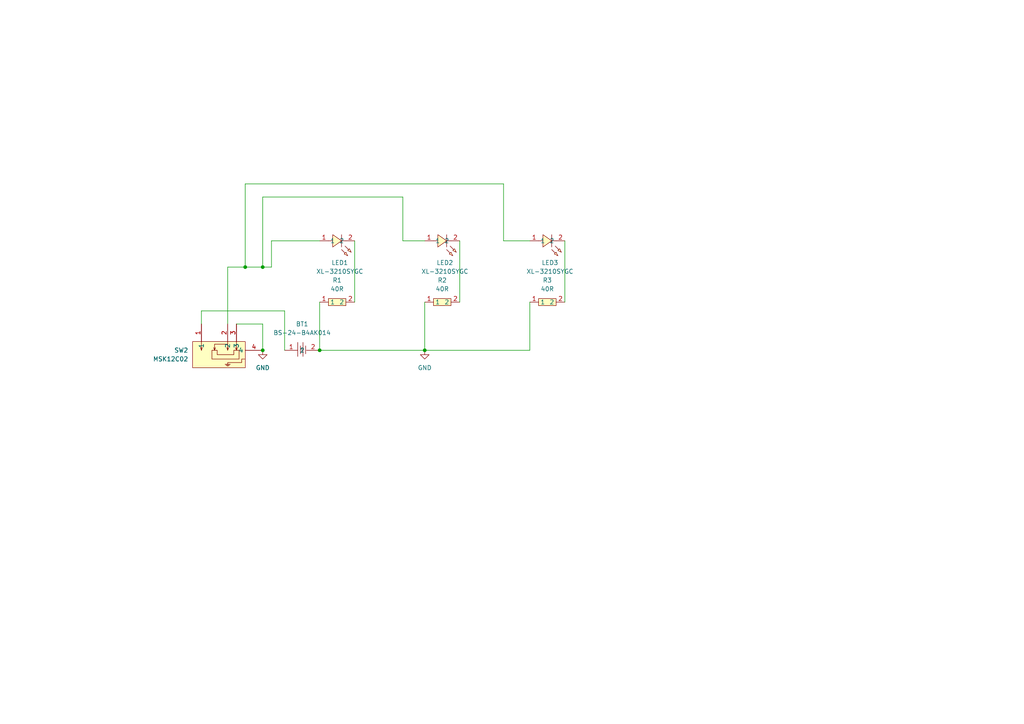
<source format=kicad_sch>
(kicad_sch (version 20250114) (generator "eeschema") (generator_version "9.0")
  (paper "A4")
  (lib_symbols
    (symbol "XL-3210SYGC_1"
      (property "Reference" "LED1" (at -0.76 6.35 0))
      (property "Value" "XL-3210SYGC" (at -0.76 8.89 0))
      (symbol "XL-3210SYGC_1_0_1"
        (polyline (pts (xy -4.06 3.3) (xy -3.05 2.79) (xy -3.56 2.29) (xy -4.06 3.3)) (fill (type background)))
        (polyline (pts (xy -3.05 4.32) (xy -2.03 3.81) (xy -2.54 3.3) (xy -3.05 4.32)) (fill (type background)))
        (polyline (pts (xy -2.29 1.52) (xy -3.3 2.54) (xy -2.29 1.52)) (fill (type background)))
        (polyline (pts (xy -1.27 2.54) (xy -2.29 3.56) (xy -1.27 2.54)) (fill (type background)))
        (polyline (pts (xy -1.27 1.78) (xy -1.27 -1.78)))
        (polyline (pts (xy -1.27 0) (xy -2.54 0)))
        (polyline (pts (xy 1.27 1.78) (xy -1.27 0) (xy 1.27 -1.78) (xy 1.27 1.78)) (fill (type background)))
        (polyline (pts (xy 2.54 0) (xy 1.27 0)))
        (pin unspecified line (at -5.08 0 0) (length 2.54) (name "2") (number "2"))
      )
      (symbol "XL-3210SYGC_1_1_1"
        (pin unspecified line (at 5.08 0 180) (length 2.54) (name "1") (number "1"))
      )
    )
    (symbol "XL-3210SYGC_2"
      (property "Reference" "LED2" (at -0.76 6.35 0))
      (property "Value" "XL-3210SYGC" (at -0.76 8.89 0))
      (symbol "XL-3210SYGC_2_0_1"
        (polyline (pts (xy -4.06 3.3) (xy -3.05 2.79) (xy -3.56 2.29) (xy -4.06 3.3)) (fill (type background)))
        (polyline (pts (xy -3.05 4.32) (xy -2.03 3.81) (xy -2.54 3.3) (xy -3.05 4.32)) (fill (type background)))
        (polyline (pts (xy -2.29 1.52) (xy -3.3 2.54) (xy -2.29 1.52)) (fill (type background)))
        (polyline (pts (xy -1.27 2.54) (xy -2.29 3.56) (xy -1.27 2.54)) (fill (type background)))
        (polyline (pts (xy -1.27 1.78) (xy -1.27 -1.78)))
        (polyline (pts (xy -1.27 0) (xy -2.54 0)))
        (polyline (pts (xy 1.27 1.78) (xy -1.27 0) (xy 1.27 -1.78) (xy 1.27 1.78)) (fill (type background)))
        (polyline (pts (xy 2.54 0) (xy 1.27 0)))
      )
      (symbol "XL-3210SYGC_2_1_1"
        (pin unspecified line (at -5.08 0 0) (length 2.54) (name "2") (number "2"))
        (pin unspecified line (at 5.08 0 180) (length 2.54) (name "1") (number "1"))
      )
    )
    (symbol "easyeda2kicad:1206W4J0390T5E"
      (property "Reference" "R" (at 0 5.08 0))
      (property "Value" "1206W4J0390T5E" (at 0 -5.08 0))
      (symbol "1206W4J0390T5E_0_1"
        (rectangle (start -2.54 1.02) (end 2.54 -1.02) (fill (type background)))
        (pin input line (at -5.08 0 0) (length 2.54) (name "1") (number "1"))
        (pin input line (at 5.08 0 180) (length 2.54) (name "2") (number "2"))
      )
    )
    (symbol "easyeda2kicad:BS-24-B4AK014"
      (property "Reference" "BT" (at 0 5.08 0))
      (property "Value" "BS-24-B4AK014" (at 0 -5.08 0))
      (symbol "BS-24-B4AK014_0_1"
        (polyline (pts (xy -1.27 2.29) (xy -1.27 -1.78)))
        (polyline (pts (xy -0.51 1.27) (xy -0.51 -1.02)))
        (polyline (pts (xy 0.25 2.29) (xy 0.25 -1.78)))
        (polyline (pts (xy 1.02 1.27) (xy 1.02 -1.02)))
        (pin input line (at -5.08 0 0) (length 3.81) (name "1") (number "1"))
        (pin input line (at 5.08 0 180) (length 3.81) (name "2") (number "2"))
      )
    )
    (symbol "easyeda2kicad:MSK12C02"
      (property "Reference" "SW" (at 0 12.7 0))
      (property "Value" "MSK12C02" (at 0 -5.08 0))
      (symbol "MSK12C02_0_1"
        (rectangle (start -7.62 2.54) (end 7.62 -5.08) (fill (type background)))
        (polyline (pts (xy -5.08 2.54) (xy -5.08 0.76)))
        (polyline (pts (xy -5.08 0.76) (xy -5.08 0)))
        (polyline (pts (xy -5.08 0) (xy -5.33 0.76)))
        (polyline (pts (xy -5.08 0) (xy -4.83 0.76)))
        (polyline (pts (xy -1.78 0) (xy -0.51 0) (xy -0.51 -1.27) (xy 4.32 -1.27) (xy 4.32 0) (xy 5.84 0) (xy 5.84 -2.54) (xy -2.03 -2.54) (xy -2.03 0) (xy -1.78 0)) (fill (type background)))
        (polyline (pts (xy -1.27 0) (xy -1.52 0.76)))
        (polyline (pts (xy 1.78 -4.06) (xy 3.3 -4.06)))
        (polyline (pts (xy 2.03 -4.32) (xy 3.05 -4.32)))
        (polyline (pts (xy 2.29 -4.57) (xy 2.79 -4.57)))
        (polyline (pts (xy 2.54 2.54) (xy 2.54 0.76)))
        (polyline (pts (xy 2.54 1.78) (xy -1.27 1.78) (xy -1.27 0) (xy -1.02 0.76)))
        (polyline (pts (xy 2.54 0.76) (xy 2.54 0)))
        (polyline (pts (xy 2.54 0) (xy 2.29 0.76)))
        (polyline (pts (xy 2.54 0) (xy 2.79 0.76)))
        (polyline (pts (xy 5.08 2.54) (xy 5.08 0) (xy 5.33 0.76)))
        (polyline (pts (xy 5.08 0) (xy 4.83 0.76)))
        (polyline (pts (xy 7.62 -2.54) (xy 6.6 -2.54) (xy 6.6 -3.56) (xy 2.54 -3.56) (xy 2.54 -4.06)))
        (pin unspecified line (at -5.08 7.62 270) (length 5.08) (name "1") (number "1"))
        (pin unspecified line (at 2.54 7.62 270) (length 5.08) (name "2") (number "2"))
        (pin unspecified line (at 5.08 7.62 270) (length 5.08) (name "3") (number "3"))
        (pin unspecified line (at 12.7 0 180) (length 5.08) (name "4") (number "4"))
      )
    )
    (symbol "easyeda2kicad:XL-3210SYGC"
      (property "Reference" "LED3" (at -0.76 6.35 0))
      (property "Value" "XL-3210SYGC" (at -0.76 8.89 0))
      (symbol "XL-3210SYGC_0_1"
        (polyline (pts (xy -4.06 3.3) (xy -3.05 2.79) (xy -3.56 2.29) (xy -4.06 3.3)) (fill (type background)))
        (polyline (pts (xy -3.05 4.32) (xy -2.03 3.81) (xy -2.54 3.3) (xy -3.05 4.32)) (fill (type background)))
        (polyline (pts (xy -2.29 1.52) (xy -3.3 2.54) (xy -2.29 1.52)) (fill (type background)))
        (polyline (pts (xy -1.27 2.54) (xy -2.29 3.56) (xy -1.27 2.54)) (fill (type background)))
        (polyline (pts (xy -1.27 1.78) (xy -1.27 -1.78)))
        (polyline (pts (xy -1.27 0) (xy -2.54 0)))
        (polyline (pts (xy 1.27 1.78) (xy -1.27 0) (xy 1.27 -1.78) (xy 1.27 1.78)) (fill (type background)))
        (polyline (pts (xy 2.54 0) (xy 1.27 0)))
      )
      (symbol "XL-3210SYGC_1_1"
        (pin unspecified line (at -5.08 0 0) (length 2.54) (name "2") (number "2"))
        (pin unspecified line (at 5.08 0 180) (length 2.54) (name "1") (number "1"))
      )
    )
    (symbol "power:GND" (power) (pin_numbers (hide yes)) (pin_names (offset 0) (hide yes))
      (property "Value" "GND" (at 0 -3.81 0))
      (symbol "GND_0_1"
        (polyline (pts (xy 0 0) (xy 0 -1.27) (xy 1.27 -1.27) (xy 0 -2.54) (xy -1.27 -1.27) (xy 0 -1.27)))
      )
      (symbol "GND_1_1"
        (pin power_in line (at 0 0 270) (length 0) (name "~") (number "1"))
      )
    )
  )
  (junction (at 71.12 77.47))
  (junction (at 123.19 101.6))
  (junction (at 92.71 101.6))
  (junction (at 76.2 77.47))
  (junction (at 76.2 101.6))
  (wire (pts (xy 133.35 69.85) (xy 133.35 87.63)))
  (wire (pts (xy 82.55 101.6) (xy 82.55 90.17)))
  (wire (pts (xy 116.84 69.85) (xy 116.84 57.15)))
  (wire (pts (xy 102.87 69.85) (xy 102.87 87.63)))
  (wire (pts (xy 76.2 57.15) (xy 76.2 77.47)))
  (wire (pts (xy 123.19 69.85) (xy 116.84 69.85)))
  (wire (pts (xy 123.19 101.6) (xy 153.67 101.6)))
  (wire (pts (xy 68.58 93.98) (xy 76.2 93.98)))
  (wire (pts (xy 58.42 90.17) (xy 58.42 93.98)))
  (wire (pts (xy 146.05 69.85) (xy 146.05 53.34)))
  (wire (pts (xy 82.55 90.17) (xy 58.42 90.17)))
  (wire (pts (xy 153.67 101.6) (xy 153.67 87.63)))
  (wire (pts (xy 66.04 93.98) (xy 66.04 77.47)))
  (wire (pts (xy 76.2 93.98) (xy 76.2 101.6)))
  (wire (pts (xy 146.05 53.34) (xy 71.12 53.34)))
  (wire (pts (xy 78.74 69.85) (xy 78.74 77.47)))
  (wire (pts (xy 153.67 69.85) (xy 146.05 69.85)))
  (wire (pts (xy 66.04 77.47) (xy 71.12 77.47)))
  (wire (pts (xy 92.71 101.6) (xy 123.19 101.6)))
  (wire (pts (xy 76.2 77.47) (xy 78.74 77.47)))
  (wire (pts (xy 116.84 57.15) (xy 76.2 57.15)))
  (wire (pts (xy 123.19 87.63) (xy 123.19 101.6)))
  (wire (pts (xy 163.83 69.85) (xy 163.83 87.63)))
  (wire (pts (xy 92.71 87.63) (xy 92.71 101.6)))
  (wire (pts (xy 92.71 69.85) (xy 78.74 69.85)))
  (wire (pts (xy 71.12 77.47) (xy 76.2 77.47)))
  (wire (pts (xy 71.12 53.34) (xy 71.12 77.47)))
  (symbol (lib_id "easyeda2kicad:1206W4J0390T5E") (at 97.79 87.63 0) (unit 1)
    (property "Reference" "R1" (at 97.79 81.28 0))
    (property "Value" "40R" (at 97.79 83.82 0))
    (property "Footprint" "easyeda2kicad:R1206" (effects (hide yes)))
    (property "Datasheet" "https://lcsc.com/product-detail/Chip-Resistor-Surface-Mount-UniOhm_39R-390-5_C25379.html" (effects (hide yes)))
    (property "Description" "1206W4J0390T5E" (effects (hide yes)))
    (property "LCSC Part" "C25379" (effects (hide yes)))
  )
  (symbol (lib_id "power:GND") (at 123.19 101.6 0) (unit 1)
    (property "Reference" "#PWR02" (effects (hide yes)))
    (property "Value" "GND" (at 123.19 106.68 0))
    (property "Description" "Power symbol creates a global label with name \"GND\" , ground" (effects (hide yes)))
  )
  (symbol (lib_id "easyeda2kicad:XL-3210SYGC") (at 158.75 69.85 180) (unit 1)
    (property "Reference" "LED3" (at 159.51 76.2 0))
    (property "Value" "XL-3210SYGC" (at 159.51 78.74 0))
    (property "Footprint" "easyeda2kicad:LED-SMD_3P-L3.2-W1.5-RD_YELLOW" (effects (hide yes)))
    (property "Datasheet" "https://lcsc.com/datasheet/lcsc_datasheet_2504101957_XINGLIGHT-XL-3210SYGC_C965878.pdf" (effects (hide yes)))
    (property "LCSC Part" "C965878" (effects (hide yes)))
  )
  (symbol (lib_name "XL-3210SYGC_2") (lib_id "easyeda2kicad:XL-3210SYGC") (at 128.27 69.85 180) (unit 1)
    (property "Reference" "LED2" (at 129.03 76.2 0))
    (property "Value" "XL-3210SYGC" (at 129.03 78.74 0))
    (property "Footprint" "easyeda2kicad:LED-SMD_3P-L3.2-W1.5-RD_YELLOW" (effects (hide yes)))
    (property "Datasheet" "https://lcsc.com/datasheet/lcsc_datasheet_2504101957_XINGLIGHT-XL-3210SYGC_C965878.pdf" (effects (hide yes)))
    (property "LCSC Part" "C965878" (effects (hide yes)))
  )
  (symbol (lib_id "easyeda2kicad:MSK12C02") (at 63.5 101.6 0) (unit 1)
    (property "Reference" "SW2" (at 54.61 101.5999 0) (effects (justify right)))
    (property "Value" "MSK12C02" (at 54.61 104.1399 0) (effects (justify right)))
    (property "Footprint" "easyeda2kicad:SW-TH_MSK12C02" (effects (hide yes)))
    (property "Datasheet" "https://lcsc.com/product-detail/Toggle-Switches_SHOU-HAN-MSK12C02_C431540.html" (effects (hide yes)))
    (property "LCSC Part" "C431540" (effects (hide yes)))
  )
  (symbol (lib_name "XL-3210SYGC_1") (lib_id "easyeda2kicad:XL-3210SYGC") (at 97.79 69.85 180) (unit 1)
    (property "Reference" "LED1" (at 98.55 76.2 0))
    (property "Value" "XL-3210SYGC" (at 98.55 78.74 0))
    (property "Footprint" "easyeda2kicad:LED-SMD_3P-L3.2-W1.5-RD_YELLOW" (effects (hide yes)))
    (property "Datasheet" "https://lcsc.com/datasheet/lcsc_datasheet_2504101957_XINGLIGHT-XL-3210SYGC_C965878.pdf" (effects (hide yes)))
    (property "LCSC Part" "C965878" (effects (hide yes)))
  )
  (symbol (lib_id "easyeda2kicad:1206W4J0390T5E") (at 158.75 87.63 0) (unit 1)
    (property "Reference" "R3" (at 158.75 81.28 0))
    (property "Value" "40R" (at 158.75 83.82 0))
    (property "Footprint" "easyeda2kicad:R1206" (effects (hide yes)))
    (property "Datasheet" "https://lcsc.com/product-detail/Chip-Resistor-Surface-Mount-UniOhm_39R-390-5_C25379.html" (effects (hide yes)))
    (property "Description" "1206W4J0390T5E" (effects (hide yes)))
    (property "LCSC Part" "C25379" (effects (hide yes)))
  )
  (symbol (lib_id "easyeda2kicad:BS-24-B4AK014") (at 87.63 101.6 0) (unit 1)
    (property "Reference" "BT1" (at 87.63 93.98 0))
    (property "Value" "BS-24-B4AK014" (at 87.63 96.52 0))
    (property "Footprint" "easyeda2kicad:BAT-SMD_BS-24-B4AK014" (effects (hide yes)))
    (property "LCSC Part" "C964813" (effects (hide yes)))
  )
  (symbol (lib_id "easyeda2kicad:1206W4J0390T5E") (at 128.27 87.63 0) (unit 1)
    (property "Reference" "R2" (at 128.27 81.28 0))
    (property "Value" "40R" (at 128.27 83.82 0))
    (property "Footprint" "easyeda2kicad:R1206" (effects (hide yes)))
    (property "Datasheet" "https://lcsc.com/product-detail/Chip-Resistor-Surface-Mount-UniOhm_39R-390-5_C25379.html" (effects (hide yes)))
    (property "Description" "1206W4J0390T5E" (effects (hide yes)))
    (property "LCSC Part" "C25379" (effects (hide yes)))
  )
  (symbol (lib_id "power:GND") (at 76.2 101.6 0) (unit 1)
    (property "Reference" "#PWR01" (effects (hide yes)))
    (property "Value" "GND" (at 76.2 106.68 0))
    (property "Description" "Power symbol creates a global label with name \"GND\" , ground" (effects (hide yes)))
  )
)
</source>
